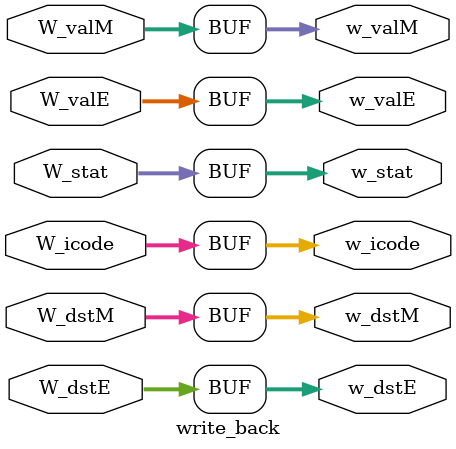
<source format=v>
module write_back(W_stat, W_icode, W_valE, W_valM, W_dstE, W_dstM, w_stat, w_icode, w_valE, w_valM, w_dstE, w_dstM);
    input [3:0] W_stat, W_icode, W_dstE, W_dstM;
    input [63:0] W_valE, W_valM;

    output reg [3:0] w_stat, w_icode, w_dstE, w_dstM;
    output reg [63:0] w_valE, w_valM;

    always @(W_stat, W_icode, W_valE, W_valM, W_dstE, W_dstM) begin
        w_stat = W_stat;  
        w_icode = W_icode;
        w_valE = W_valE;
        w_valM = W_valM;
        w_dstE = W_dstE;
        w_dstM = W_dstM;
    end
   

endmodule
</source>
